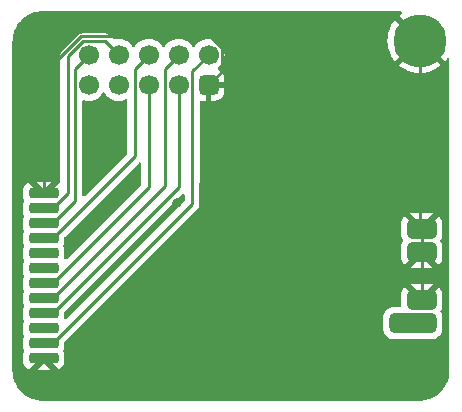
<source format=gbr>
%TF.GenerationSoftware,KiCad,Pcbnew,7.0.1-0*%
%TF.CreationDate,2023-08-23T15:05:17+02:00*%
%TF.ProjectId,ESP32SomfyPOE,45535033-3253-46f6-9d66-79504f452e6b,rev?*%
%TF.SameCoordinates,Original*%
%TF.FileFunction,Copper,L1,Top*%
%TF.FilePolarity,Positive*%
%FSLAX46Y46*%
G04 Gerber Fmt 4.6, Leading zero omitted, Abs format (unit mm)*
G04 Created by KiCad (PCBNEW 7.0.1-0) date 2023-08-23 15:05:17*
%MOMM*%
%LPD*%
G01*
G04 APERTURE LIST*
G04 Aperture macros list*
%AMRoundRect*
0 Rectangle with rounded corners*
0 $1 Rounding radius*
0 $2 $3 $4 $5 $6 $7 $8 $9 X,Y pos of 4 corners*
0 Add a 4 corners polygon primitive as box body*
4,1,4,$2,$3,$4,$5,$6,$7,$8,$9,$2,$3,0*
0 Add four circle primitives for the rounded corners*
1,1,$1+$1,$2,$3*
1,1,$1+$1,$4,$5*
1,1,$1+$1,$6,$7*
1,1,$1+$1,$8,$9*
0 Add four rect primitives between the rounded corners*
20,1,$1+$1,$2,$3,$4,$5,0*
20,1,$1+$1,$4,$5,$6,$7,0*
20,1,$1+$1,$6,$7,$8,$9,0*
20,1,$1+$1,$8,$9,$2,$3,0*%
G04 Aperture macros list end*
%TA.AperFunction,SMDPad,CuDef*%
%ADD10RoundRect,0.225000X-1.025000X0.225000X-1.025000X-0.225000X1.025000X-0.225000X1.025000X0.225000X0*%
%TD*%
%TA.AperFunction,SMDPad,CuDef*%
%ADD11RoundRect,0.425000X-1.575000X0.425000X-1.575000X-0.425000X1.575000X-0.425000X1.575000X0.425000X0*%
%TD*%
%TA.AperFunction,SMDPad,CuDef*%
%ADD12RoundRect,0.425000X-0.825000X0.425000X-0.825000X-0.425000X0.825000X-0.425000X0.825000X0.425000X0*%
%TD*%
%TA.AperFunction,ComponentPad*%
%ADD13C,4.500000*%
%TD*%
%TA.AperFunction,ComponentPad*%
%ADD14C,1.700000*%
%TD*%
%TA.AperFunction,ComponentPad*%
%ADD15RoundRect,0.425000X-0.425000X0.425000X-0.425000X-0.425000X0.425000X-0.425000X0.425000X0.425000X0*%
%TD*%
%TA.AperFunction,ViaPad*%
%ADD16C,0.800000*%
%TD*%
%TA.AperFunction,Conductor*%
%ADD17C,0.250000*%
%TD*%
G04 APERTURE END LIST*
D10*
%TO.P,E07-433M20S,1,GND*%
%TO.N,GND*%
X87634000Y-78798000D03*
%TO.P,E07-433M20S,2,MOSI*%
%TO.N,GPIO15*%
X87634000Y-80068000D03*
%TO.P,E07-433M20S,3,SCK*%
%TO.N,GPIO14*%
X87634000Y-81338000D03*
%TO.P,E07-433M20S,4,MISO*%
%TO.N,GPIO16*%
X87634000Y-82608000D03*
%TO.P,E07-433M20S,5,GDO2*%
%TO.N,unconnected-(U1-GDO2-Pad5)*%
X87634000Y-83878000D03*
%TO.P,E07-433M20S,6,GDO0*%
%TO.N,unconnected-(U1-GDO0-Pad6)*%
X87634000Y-85148000D03*
%TO.P,E07-433M20S,7,CSN*%
%TO.N,GPIO13*%
X87634000Y-86418000D03*
%TO.P,E07-433M20S,8,TX_EN*%
%TO.N,GPIO4*%
X87634000Y-87688000D03*
%TO.P,E07-433M20S,9,RX_EN*%
%TO.N,GPI36*%
X87634000Y-88958000D03*
%TO.P,E07-433M20S,10,NC*%
%TO.N,unconnected-(U1-NC-Pad10)*%
X87634000Y-90228000D03*
%TO.P,E07-433M20S,11,VCC*%
%TO.N,+3V3*%
X87634000Y-91498000D03*
%TO.P,E07-433M20S,12,GND*%
%TO.N,GND*%
X87634000Y-92768000D03*
D11*
%TO.P,E07-433M20S,13,ANT*%
%TO.N,unconnected-(U1-ANT-Pad13)*%
X118884000Y-89788000D03*
D12*
%TO.P,E07-433M20S,14,GND*%
%TO.N,GND*%
X119634000Y-87788000D03*
%TO.P,E07-433M20S,15,GND*%
X119634000Y-83788000D03*
%TO.P,E07-433M20S,16,GND*%
X119634000Y-81788000D03*
%TD*%
D13*
%TO.P,H1,1,1*%
%TO.N,GND*%
X119500000Y-65850000D03*
%TD*%
D14*
%TO.P,UEXT,1,3V3*%
%TO.N,+3V3*%
X101600000Y-67056000D03*
D15*
%TO.P,UEXT,2,GND*%
%TO.N,GND*%
X101600000Y-69596000D03*
D14*
%TO.P,UEXT,3,TXD*%
%TO.N,GPIO4*%
X99060000Y-67056000D03*
%TO.P,UEXT,4,RXD*%
%TO.N,GPI36*%
X99060000Y-69596000D03*
%TO.P,UEXT,5,SCL*%
%TO.N,GPIO16*%
X96520000Y-67056000D03*
%TO.P,UEXT,6,SDA*%
%TO.N,GPIO13*%
X96520000Y-69596000D03*
%TO.P,UEXT,7,MISO*%
%TO.N,GPIO15*%
X93980000Y-67056000D03*
%TO.P,UEXT,8,MOSI*%
%TO.N,GPIO2*%
X93980000Y-69596000D03*
%TO.P,UEXT,9,SCK*%
%TO.N,GPIO14*%
X91440000Y-67056000D03*
%TO.P,UEXT,10,~{SSEL}*%
%TO.N,GPIO5*%
X91440000Y-69596000D03*
%TD*%
D16*
%TO.N,GND*%
X107696000Y-93853000D03*
X106553000Y-92583000D03*
X107696000Y-79629000D03*
X113284000Y-78359000D03*
X93218000Y-79629000D03*
X107696000Y-92583000D03*
X113284000Y-79629000D03*
X112141000Y-78359000D03*
X98933000Y-79629000D03*
X107696000Y-78359000D03*
X91440000Y-77724000D03*
X108839000Y-79629000D03*
X108839000Y-78359000D03*
X106553000Y-93853000D03*
X112141000Y-79629000D03*
%TD*%
D17*
%TO.N,GND*%
X87634000Y-68563903D02*
X90766903Y-65431000D01*
X119634000Y-87788000D02*
X119634000Y-83788000D01*
X119500000Y-65850000D02*
X119500000Y-81654000D01*
X107442000Y-69596000D02*
X119634000Y-81788000D01*
X102775000Y-68421000D02*
X101600000Y-69596000D01*
X101600000Y-69596000D02*
X107442000Y-69596000D01*
X87634000Y-92768000D02*
X88211000Y-93345000D01*
X119500000Y-81654000D02*
X119634000Y-81788000D01*
X119634000Y-81788000D02*
X119634000Y-83788000D01*
X87634000Y-78798000D02*
X87634000Y-68563903D01*
X90766903Y-65431000D02*
X101753000Y-65431000D01*
X102775000Y-66453000D02*
X102775000Y-68421000D01*
X101753000Y-65431000D02*
X102775000Y-66453000D01*
%TO.N,GPIO15*%
X89662000Y-67172299D02*
X90953299Y-65881000D01*
X92805000Y-65881000D02*
X93980000Y-67056000D01*
X89662000Y-78797817D02*
X89662000Y-67172299D01*
X90953299Y-65881000D02*
X92805000Y-65881000D01*
X87634000Y-80068000D02*
X88391817Y-80068000D01*
X88391817Y-80068000D02*
X89662000Y-78797817D01*
%TO.N,GPIO14*%
X90265000Y-68231000D02*
X91440000Y-67056000D01*
X87634000Y-81338000D02*
X88391817Y-81338000D01*
X90265000Y-79464817D02*
X90265000Y-68231000D01*
X88391817Y-81338000D02*
X90265000Y-79464817D01*
%TO.N,GPIO16*%
X88391817Y-82608000D02*
X95345000Y-75654817D01*
X95345000Y-75654817D02*
X95345000Y-68231000D01*
X87634000Y-82608000D02*
X88391817Y-82608000D01*
X95345000Y-68231000D02*
X96520000Y-67056000D01*
%TO.N,GPIO13*%
X87634000Y-86418000D02*
X88391817Y-86418000D01*
X96520000Y-78289817D02*
X96520000Y-69596000D01*
X88391817Y-86418000D02*
X96520000Y-78289817D01*
%TO.N,GPIO4*%
X97885000Y-68231000D02*
X99060000Y-67056000D01*
X87634000Y-87688000D02*
X88391817Y-87688000D01*
X97885000Y-78194817D02*
X97885000Y-68231000D01*
X88391817Y-87688000D02*
X97885000Y-78194817D01*
%TO.N,GPI36*%
X99060000Y-78289817D02*
X99060000Y-69596000D01*
X88391817Y-88958000D02*
X99060000Y-78289817D01*
X87634000Y-88958000D02*
X88391817Y-88958000D01*
%TO.N,+3V3*%
X100203000Y-79686817D02*
X100203000Y-77724000D01*
X88391817Y-91498000D02*
X100203000Y-79686817D01*
X100203000Y-77724000D02*
X100235000Y-77692000D01*
X87634000Y-91498000D02*
X88391817Y-91498000D01*
X100235000Y-68421000D02*
X101600000Y-67056000D01*
X100235000Y-77692000D02*
X100235000Y-68421000D01*
%TD*%
%TA.AperFunction,Conductor*%
%TO.N,GND*%
G36*
X99526385Y-78855951D02*
G01*
X99563985Y-78899974D01*
X99577500Y-78956269D01*
X99577500Y-79376364D01*
X99568061Y-79423817D01*
X99541181Y-79464045D01*
X89586657Y-89418567D01*
X89534885Y-89449573D01*
X89474608Y-89452468D01*
X89420102Y-89426568D01*
X89384277Y-89378005D01*
X89375618Y-89318283D01*
X89377667Y-89298225D01*
X89384500Y-89231345D01*
X89384499Y-88901267D01*
X89393938Y-88853815D01*
X89420815Y-88813590D01*
X99365818Y-78868588D01*
X99415182Y-78838338D01*
X99472898Y-78833796D01*
X99526385Y-78855951D01*
G37*
%TD.AperFunction*%
%TA.AperFunction,Conductor*%
G36*
X95843385Y-76188950D02*
G01*
X95880985Y-76232973D01*
X95894500Y-76289268D01*
X95894500Y-77979365D01*
X95885061Y-78026818D01*
X95858181Y-78067046D01*
X89586657Y-84338567D01*
X89534885Y-84369573D01*
X89474608Y-84372468D01*
X89420102Y-84346568D01*
X89384277Y-84298005D01*
X89375618Y-84238283D01*
X89384500Y-84151345D01*
X89384499Y-83604656D01*
X89374349Y-83505292D01*
X89321003Y-83344303D01*
X89298669Y-83308095D01*
X89280209Y-83242998D01*
X89298671Y-83177901D01*
X89321003Y-83141697D01*
X89374349Y-82980708D01*
X89384500Y-82881345D01*
X89384499Y-82551267D01*
X89393938Y-82503815D01*
X89420815Y-82463590D01*
X95682819Y-76201586D01*
X95732182Y-76171337D01*
X95789898Y-76166795D01*
X95843385Y-76188950D01*
G37*
%TD.AperFunction*%
%TA.AperFunction,Conductor*%
G36*
X92767257Y-70242975D02*
G01*
X92811573Y-70281839D01*
X92941505Y-70467401D01*
X93108599Y-70634495D01*
X93302170Y-70770035D01*
X93516337Y-70869903D01*
X93744592Y-70931063D01*
X93980000Y-70951659D01*
X94215408Y-70931063D01*
X94443663Y-70869903D01*
X94543094Y-70823537D01*
X94603610Y-70812184D01*
X94662125Y-70831338D01*
X94704214Y-70876276D01*
X94719500Y-70935919D01*
X94719500Y-75344365D01*
X94710061Y-75391818D01*
X94683181Y-75432046D01*
X91102181Y-79013045D01*
X91052818Y-79043295D01*
X90995102Y-79047837D01*
X90941615Y-79025682D01*
X90904015Y-78981659D01*
X90890500Y-78925364D01*
X90890500Y-71008503D01*
X90903288Y-70953659D01*
X90939014Y-70910127D01*
X90990309Y-70886886D01*
X91046593Y-70888728D01*
X91204592Y-70931063D01*
X91440000Y-70951659D01*
X91675408Y-70931063D01*
X91903663Y-70869903D01*
X92117830Y-70770035D01*
X92311401Y-70634495D01*
X92478495Y-70467401D01*
X92608426Y-70281839D01*
X92652743Y-70242975D01*
X92710000Y-70228964D01*
X92767257Y-70242975D01*
G37*
%TD.AperFunction*%
%TA.AperFunction,Conductor*%
G36*
X117930595Y-63369986D02*
G01*
X117975912Y-63414759D01*
X117993019Y-63476123D01*
X117977401Y-63537883D01*
X117939889Y-63576779D01*
X117940871Y-63578032D01*
X117739416Y-63735861D01*
X117739416Y-63735862D01*
X119500000Y-65496447D01*
X121614136Y-67610582D01*
X121614137Y-67610582D01*
X121767343Y-67415030D01*
X121769384Y-67411655D01*
X121771854Y-67409272D01*
X121771967Y-67409129D01*
X121771987Y-67409144D01*
X121815239Y-67367434D01*
X121876999Y-67351815D01*
X121938363Y-67368922D01*
X121983136Y-67414239D01*
X121999500Y-67475806D01*
X121999500Y-70365159D01*
X121996883Y-93744524D01*
X121996378Y-93747065D01*
X121996378Y-93793399D01*
X121996183Y-93800352D01*
X121989913Y-93912001D01*
X121989882Y-93912534D01*
X121979610Y-94082382D01*
X121978084Y-94095666D01*
X121955617Y-94227902D01*
X121955338Y-94229483D01*
X121928601Y-94375389D01*
X121925786Y-94387366D01*
X121887463Y-94520388D01*
X121886695Y-94522950D01*
X121843853Y-94660438D01*
X121840028Y-94671000D01*
X121786400Y-94800471D01*
X121784915Y-94803910D01*
X121726517Y-94933665D01*
X121721969Y-94942755D01*
X121653765Y-95066160D01*
X121651355Y-95070328D01*
X121578182Y-95191374D01*
X121573194Y-95198980D01*
X121491345Y-95314337D01*
X121487825Y-95319055D01*
X121400845Y-95430076D01*
X121395695Y-95436230D01*
X121301307Y-95541850D01*
X121296528Y-95546904D01*
X121196904Y-95646528D01*
X121191850Y-95651307D01*
X121086230Y-95745695D01*
X121080076Y-95750845D01*
X120969055Y-95837825D01*
X120964337Y-95841345D01*
X120848980Y-95923194D01*
X120841374Y-95928182D01*
X120720328Y-96001355D01*
X120716160Y-96003765D01*
X120592755Y-96071969D01*
X120583665Y-96076517D01*
X120453910Y-96134915D01*
X120450471Y-96136400D01*
X120321000Y-96190028D01*
X120310438Y-96193853D01*
X120172950Y-96236695D01*
X120170388Y-96237463D01*
X120037366Y-96275786D01*
X120025389Y-96278601D01*
X119879483Y-96305338D01*
X119877902Y-96305617D01*
X119745666Y-96328084D01*
X119732382Y-96329610D01*
X119562534Y-96339882D01*
X119562001Y-96339913D01*
X119457268Y-96345794D01*
X119450349Y-96346183D01*
X119443399Y-96346378D01*
X87553481Y-96346378D01*
X87546528Y-96346183D01*
X87538941Y-96345756D01*
X87432774Y-96339794D01*
X87432250Y-96339763D01*
X87264698Y-96329640D01*
X87251405Y-96328114D01*
X87117302Y-96305329D01*
X87115721Y-96305050D01*
X86971706Y-96278658D01*
X86959730Y-96275843D01*
X86825511Y-96237175D01*
X86822948Y-96236406D01*
X86686667Y-96193938D01*
X86676106Y-96190114D01*
X86545756Y-96136122D01*
X86542317Y-96134637D01*
X86413444Y-96076635D01*
X86404358Y-96072089D01*
X86280244Y-96003493D01*
X86276076Y-96001083D01*
X86155743Y-95928339D01*
X86148137Y-95923351D01*
X86032180Y-95841073D01*
X86027463Y-95837555D01*
X85917058Y-95751058D01*
X85910904Y-95745906D01*
X85804768Y-95651056D01*
X85799713Y-95646278D01*
X85700612Y-95547176D01*
X85695834Y-95542122D01*
X85600974Y-95435973D01*
X85595823Y-95429819D01*
X85509329Y-95319417D01*
X85505825Y-95314719D01*
X85423516Y-95198715D01*
X85418543Y-95191129D01*
X85345816Y-95070822D01*
X85343405Y-95066654D01*
X85343132Y-95066160D01*
X85274780Y-94942484D01*
X85270264Y-94933458D01*
X85212236Y-94804523D01*
X85210800Y-94801198D01*
X85164441Y-94689275D01*
X85156778Y-94670774D01*
X85152955Y-94660213D01*
X85110477Y-94523895D01*
X85109708Y-94521332D01*
X85071047Y-94387132D01*
X85068238Y-94375181D01*
X85041833Y-94231091D01*
X85041591Y-94229717D01*
X85018777Y-94095440D01*
X85017256Y-94082201D01*
X85007284Y-93917316D01*
X85000694Y-93799954D01*
X85000500Y-93793013D01*
X85000500Y-93717998D01*
X87037553Y-93717998D01*
X87037554Y-93717999D01*
X88230445Y-93717999D01*
X88230445Y-93717998D01*
X87634001Y-93121553D01*
X87634000Y-93121553D01*
X87037553Y-93717998D01*
X85000500Y-93717998D01*
X85000500Y-91771344D01*
X85883500Y-91771344D01*
X85893650Y-91870707D01*
X85946997Y-92031697D01*
X85969623Y-92068380D01*
X85988084Y-92133476D01*
X85969623Y-92198572D01*
X85947453Y-92234515D01*
X85894143Y-92395393D01*
X85884000Y-92494684D01*
X85884000Y-93041314D01*
X85894143Y-93140605D01*
X85947453Y-93301486D01*
X86036426Y-93445732D01*
X86156265Y-93565571D01*
X86300518Y-93654547D01*
X86370657Y-93677788D01*
X86370658Y-93677788D01*
X87546318Y-92502127D01*
X87601905Y-92470033D01*
X87666093Y-92470033D01*
X87721680Y-92502127D01*
X88897341Y-93677788D01*
X88967481Y-93654547D01*
X89111734Y-93565571D01*
X89231573Y-93445732D01*
X89320546Y-93301486D01*
X89373856Y-93140606D01*
X89383999Y-93041315D01*
X89383999Y-92494685D01*
X89373856Y-92395394D01*
X89320546Y-92234516D01*
X89298377Y-92198574D01*
X89279915Y-92133476D01*
X89298376Y-92068380D01*
X89321003Y-92031697D01*
X89374349Y-91870708D01*
X89384500Y-91771345D01*
X89384499Y-91441267D01*
X89393938Y-91393815D01*
X89420815Y-91353590D01*
X90496630Y-90277775D01*
X116383500Y-90277775D01*
X116389859Y-90358577D01*
X116440211Y-90546495D01*
X116467834Y-90600708D01*
X116528535Y-90719840D01*
X116650968Y-90871032D01*
X116802160Y-90993465D01*
X116975504Y-91081788D01*
X117163422Y-91132141D01*
X117244222Y-91138500D01*
X120523775Y-91138500D01*
X120523778Y-91138500D01*
X120604578Y-91132141D01*
X120792496Y-91081788D01*
X120965840Y-90993465D01*
X121117032Y-90871032D01*
X121239465Y-90719840D01*
X121327788Y-90546496D01*
X121378141Y-90358578D01*
X121384500Y-90277778D01*
X121384500Y-89298222D01*
X121378141Y-89217422D01*
X121327788Y-89029504D01*
X121239465Y-88856160D01*
X121239463Y-88856158D01*
X121233548Y-88844548D01*
X121236204Y-88843194D01*
X121222658Y-88815382D01*
X121222732Y-88759499D01*
X121235921Y-88732602D01*
X121233126Y-88731178D01*
X121327318Y-88546315D01*
X121377643Y-88358498D01*
X121384000Y-88277735D01*
X121384000Y-87298265D01*
X121377643Y-87217501D01*
X121327318Y-87029684D01*
X121239042Y-86856433D01*
X121116675Y-86705324D01*
X121091010Y-86684540D01*
X121091010Y-86684541D01*
X119721680Y-88053871D01*
X119666093Y-88085965D01*
X119601905Y-88085965D01*
X119546318Y-88053871D01*
X118176988Y-86684541D01*
X118176987Y-86684541D01*
X118151324Y-86705323D01*
X118028957Y-86856433D01*
X117940681Y-87029684D01*
X117890356Y-87217501D01*
X117884000Y-87298265D01*
X117884000Y-88277735D01*
X117886049Y-88303771D01*
X117872916Y-88369795D01*
X117827221Y-88419227D01*
X117762431Y-88437500D01*
X117244222Y-88437500D01*
X117163422Y-88443858D01*
X117163422Y-88443859D01*
X116975504Y-88494211D01*
X116802159Y-88582535D01*
X116650968Y-88704968D01*
X116528535Y-88856159D01*
X116440211Y-89029504D01*
X116389859Y-89217422D01*
X116383500Y-89298225D01*
X116383500Y-90277775D01*
X90496630Y-90277775D01*
X94325910Y-86448496D01*
X118648048Y-86448496D01*
X119634000Y-87434447D01*
X119634001Y-87434447D01*
X120619949Y-86448496D01*
X120619949Y-86448495D01*
X120604499Y-86444356D01*
X120523735Y-86438000D01*
X118744265Y-86438000D01*
X118663499Y-86444356D01*
X118648048Y-86448496D01*
X94325910Y-86448496D01*
X95646903Y-85127503D01*
X118648048Y-85127503D01*
X118663498Y-85131643D01*
X118744264Y-85138000D01*
X120523736Y-85138000D01*
X120604500Y-85131644D01*
X120619949Y-85127503D01*
X120619949Y-85127502D01*
X119634000Y-84141553D01*
X118648048Y-85127502D01*
X118648048Y-85127503D01*
X95646903Y-85127503D01*
X96496671Y-84277735D01*
X117884000Y-84277735D01*
X117890356Y-84358498D01*
X117940681Y-84546315D01*
X118028957Y-84719566D01*
X118151323Y-84870675D01*
X118176988Y-84891458D01*
X118176989Y-84891458D01*
X119546319Y-83522128D01*
X119601906Y-83490034D01*
X119666094Y-83490034D01*
X119721681Y-83522128D01*
X121091010Y-84891457D01*
X121091011Y-84891457D01*
X121116674Y-84870677D01*
X121239042Y-84719566D01*
X121327318Y-84546315D01*
X121377643Y-84358498D01*
X121384000Y-84277735D01*
X121384000Y-83298265D01*
X121377643Y-83217501D01*
X121327318Y-83029684D01*
X121233126Y-82844821D01*
X121235806Y-82843455D01*
X121222364Y-82815896D01*
X121222364Y-82760104D01*
X121235806Y-82732544D01*
X121233126Y-82731179D01*
X121327318Y-82546315D01*
X121377643Y-82358498D01*
X121384000Y-82277735D01*
X121384000Y-81298265D01*
X121377643Y-81217501D01*
X121327318Y-81029684D01*
X121239042Y-80856433D01*
X121116675Y-80705324D01*
X121091010Y-80684540D01*
X121091010Y-80684541D01*
X119721680Y-82053871D01*
X119666093Y-82085965D01*
X119601905Y-82085965D01*
X119546318Y-82053871D01*
X118176988Y-80684541D01*
X118176987Y-80684541D01*
X118151324Y-80705323D01*
X118028957Y-80856433D01*
X117940681Y-81029684D01*
X117890356Y-81217501D01*
X117884000Y-81298265D01*
X117884000Y-82277735D01*
X117890356Y-82358498D01*
X117940681Y-82546315D01*
X118034874Y-82731178D01*
X118032202Y-82732539D01*
X118045645Y-82760141D01*
X118045645Y-82815859D01*
X118032202Y-82843460D01*
X118034874Y-82844822D01*
X117940681Y-83029684D01*
X117890356Y-83217501D01*
X117884000Y-83298265D01*
X117884000Y-84277735D01*
X96496671Y-84277735D01*
X100325910Y-80448496D01*
X118648048Y-80448496D01*
X119634000Y-81434447D01*
X119634001Y-81434447D01*
X120619949Y-80448496D01*
X120619949Y-80448495D01*
X120604499Y-80444356D01*
X120523735Y-80438000D01*
X118744265Y-80438000D01*
X118663499Y-80444356D01*
X118648048Y-80448496D01*
X100325910Y-80448496D01*
X100586789Y-80187617D01*
X100602885Y-80174723D01*
X100604873Y-80172604D01*
X100604877Y-80172603D01*
X100650948Y-80123540D01*
X100653566Y-80120840D01*
X100673120Y-80101288D01*
X100675581Y-80098115D01*
X100683156Y-80089244D01*
X100713062Y-80057399D01*
X100722717Y-80039835D01*
X100733394Y-80023581D01*
X100745673Y-80007753D01*
X100763018Y-79967669D01*
X100768160Y-79957173D01*
X100789197Y-79918909D01*
X100794179Y-79899501D01*
X100800481Y-79881097D01*
X100808437Y-79862713D01*
X100815269Y-79819569D01*
X100817633Y-79808155D01*
X100828500Y-79765836D01*
X100828500Y-79745801D01*
X100830027Y-79726402D01*
X100830068Y-79726138D01*
X100833160Y-79706621D01*
X100829050Y-79663142D01*
X100828500Y-79651473D01*
X100828500Y-77921163D01*
X100838700Y-77871913D01*
X100839502Y-77870058D01*
X100840438Y-77867896D01*
X100847272Y-77824745D01*
X100849635Y-77813331D01*
X100860500Y-77771019D01*
X100860500Y-77750984D01*
X100862027Y-77731585D01*
X100865160Y-77711804D01*
X100861050Y-77668325D01*
X100860500Y-77656656D01*
X100860500Y-71055960D01*
X100873288Y-71001116D01*
X100909015Y-70957583D01*
X100960311Y-70934342D01*
X101016596Y-70936186D01*
X101029499Y-70939643D01*
X101110265Y-70946000D01*
X101350000Y-70946000D01*
X101350000Y-69846000D01*
X101850000Y-69846000D01*
X101850000Y-70946000D01*
X102089735Y-70946000D01*
X102170498Y-70939643D01*
X102358315Y-70889318D01*
X102531566Y-70801042D01*
X102682675Y-70678675D01*
X102805042Y-70527566D01*
X102893318Y-70354315D01*
X102943643Y-70166498D01*
X102950000Y-70085735D01*
X102950000Y-69846000D01*
X101850000Y-69846000D01*
X101350000Y-69846000D01*
X101350000Y-69470000D01*
X101366613Y-69408000D01*
X101412000Y-69362613D01*
X101474000Y-69346000D01*
X102950000Y-69346000D01*
X102950000Y-69106265D01*
X102943643Y-69025501D01*
X102893318Y-68837684D01*
X102805042Y-68664433D01*
X102682675Y-68513324D01*
X102531566Y-68390957D01*
X102435554Y-68342037D01*
X102388447Y-68299992D01*
X102368151Y-68240201D01*
X102379929Y-68178168D01*
X102420723Y-68129979D01*
X102471401Y-68094495D01*
X102601758Y-67964138D01*
X117739416Y-67964138D01*
X117934960Y-68117338D01*
X118219681Y-68289456D01*
X118523053Y-68425994D01*
X118840673Y-68524968D01*
X119167917Y-68584938D01*
X119500000Y-68605026D01*
X119832082Y-68584938D01*
X120159326Y-68524968D01*
X120476946Y-68425994D01*
X120780318Y-68289456D01*
X121065033Y-68117341D01*
X121260582Y-67964137D01*
X121260582Y-67964136D01*
X119500001Y-66203553D01*
X119500000Y-66203553D01*
X117739416Y-67964136D01*
X117739416Y-67964138D01*
X102601758Y-67964138D01*
X102638495Y-67927401D01*
X102774035Y-67733830D01*
X102873903Y-67519663D01*
X102935063Y-67291408D01*
X102955659Y-67056000D01*
X102935063Y-66820592D01*
X102873903Y-66592337D01*
X102774035Y-66378171D01*
X102638495Y-66184599D01*
X102471401Y-66017505D01*
X102277830Y-65881965D01*
X102209281Y-65850000D01*
X116744973Y-65850000D01*
X116765061Y-66182082D01*
X116825031Y-66509326D01*
X116924005Y-66826946D01*
X117060543Y-67130318D01*
X117232657Y-67415033D01*
X117385862Y-67610582D01*
X119146446Y-65850000D01*
X119146446Y-65849998D01*
X117385862Y-64089416D01*
X117385861Y-64089416D01*
X117232657Y-64284966D01*
X117060543Y-64569681D01*
X116924005Y-64873053D01*
X116825031Y-65190673D01*
X116765061Y-65517917D01*
X116744973Y-65850000D01*
X102209281Y-65850000D01*
X102063663Y-65782097D01*
X101980777Y-65759888D01*
X101835407Y-65720936D01*
X101600000Y-65700340D01*
X101364592Y-65720936D01*
X101136336Y-65782097D01*
X100922170Y-65881965D01*
X100728598Y-66017505D01*
X100561505Y-66184598D01*
X100431575Y-66370159D01*
X100387257Y-66409025D01*
X100330000Y-66423036D01*
X100272743Y-66409025D01*
X100228425Y-66370159D01*
X100213449Y-66348771D01*
X100098495Y-66184599D01*
X99931401Y-66017505D01*
X99737830Y-65881965D01*
X99523663Y-65782097D01*
X99440777Y-65759888D01*
X99295407Y-65720936D01*
X99060000Y-65700340D01*
X98824592Y-65720936D01*
X98596336Y-65782097D01*
X98382170Y-65881965D01*
X98188598Y-66017505D01*
X98021505Y-66184598D01*
X97891575Y-66370159D01*
X97847257Y-66409025D01*
X97790000Y-66423036D01*
X97732743Y-66409025D01*
X97688425Y-66370159D01*
X97673449Y-66348771D01*
X97558495Y-66184599D01*
X97391401Y-66017505D01*
X97197830Y-65881965D01*
X96983663Y-65782097D01*
X96900777Y-65759888D01*
X96755407Y-65720936D01*
X96520000Y-65700340D01*
X96284592Y-65720936D01*
X96056336Y-65782097D01*
X95842170Y-65881965D01*
X95648598Y-66017505D01*
X95481505Y-66184598D01*
X95351575Y-66370159D01*
X95307257Y-66409025D01*
X95250000Y-66423036D01*
X95192743Y-66409025D01*
X95148425Y-66370159D01*
X95133449Y-66348771D01*
X95018495Y-66184599D01*
X94851401Y-66017505D01*
X94657830Y-65881965D01*
X94443663Y-65782097D01*
X94360777Y-65759888D01*
X94215407Y-65720936D01*
X93980000Y-65700340D01*
X93744591Y-65720936D01*
X93644125Y-65747855D01*
X93579939Y-65747855D01*
X93524352Y-65715761D01*
X93305802Y-65497211D01*
X93292906Y-65481113D01*
X93241775Y-65433098D01*
X93238978Y-65430387D01*
X93219470Y-65410879D01*
X93216290Y-65408412D01*
X93207424Y-65400839D01*
X93175582Y-65370938D01*
X93158024Y-65361285D01*
X93141764Y-65350604D01*
X93125936Y-65338327D01*
X93085851Y-65320980D01*
X93075361Y-65315841D01*
X93037091Y-65294802D01*
X93017691Y-65289821D01*
X92999284Y-65283519D01*
X92980897Y-65275562D01*
X92937758Y-65268729D01*
X92926324Y-65266361D01*
X92884019Y-65255500D01*
X92863984Y-65255500D01*
X92844586Y-65253973D01*
X92837162Y-65252797D01*
X92824805Y-65250840D01*
X92824804Y-65250840D01*
X92799468Y-65253235D01*
X92781325Y-65254950D01*
X92769656Y-65255500D01*
X91036043Y-65255500D01*
X91015535Y-65253235D01*
X90945412Y-65255439D01*
X90941518Y-65255500D01*
X90913949Y-65255500D01*
X90909970Y-65256002D01*
X90898340Y-65256917D01*
X90854671Y-65258289D01*
X90835427Y-65263880D01*
X90816383Y-65267824D01*
X90796507Y-65270335D01*
X90755899Y-65286413D01*
X90744853Y-65290194D01*
X90702909Y-65302382D01*
X90702906Y-65302383D01*
X90685664Y-65312579D01*
X90668203Y-65321133D01*
X90649566Y-65328512D01*
X90614230Y-65354185D01*
X90604473Y-65360595D01*
X90566879Y-65382829D01*
X90552712Y-65396996D01*
X90537923Y-65409626D01*
X90521712Y-65421404D01*
X90493871Y-65455058D01*
X90486010Y-65463697D01*
X89278208Y-66671498D01*
X89262110Y-66684395D01*
X89214096Y-66735524D01*
X89211391Y-66738316D01*
X89191874Y-66757833D01*
X89189415Y-66761004D01*
X89181842Y-66769871D01*
X89151935Y-66801719D01*
X89142285Y-66819273D01*
X89131609Y-66835527D01*
X89119326Y-66851362D01*
X89101975Y-66891457D01*
X89096838Y-66901943D01*
X89075802Y-66940206D01*
X89070821Y-66959608D01*
X89064520Y-66978010D01*
X89056561Y-66996401D01*
X89049728Y-67039541D01*
X89047360Y-67050973D01*
X89036500Y-67093277D01*
X89036500Y-67113315D01*
X89034973Y-67132714D01*
X89031840Y-67152493D01*
X89035950Y-67195974D01*
X89036500Y-67207643D01*
X89036500Y-77762602D01*
X89022902Y-77819059D01*
X88985091Y-77863133D01*
X88931359Y-77885159D01*
X88915741Y-77883849D01*
X88897340Y-77888210D01*
X87721680Y-79063871D01*
X87666093Y-79095965D01*
X87601905Y-79095965D01*
X87546318Y-79063871D01*
X86370658Y-77888210D01*
X86370657Y-77888210D01*
X86300512Y-77911454D01*
X86156267Y-78000426D01*
X86036426Y-78120267D01*
X85947453Y-78264513D01*
X85894143Y-78425393D01*
X85884000Y-78524684D01*
X85884000Y-79071314D01*
X85894143Y-79170605D01*
X85947452Y-79331482D01*
X85969623Y-79367426D01*
X85988084Y-79432522D01*
X85969624Y-79497618D01*
X85946997Y-79534302D01*
X85893650Y-79695292D01*
X85883500Y-79794655D01*
X85883500Y-80341344D01*
X85893650Y-80440707D01*
X85929319Y-80548349D01*
X85946997Y-80601697D01*
X85963757Y-80628870D01*
X85969330Y-80637905D01*
X85987790Y-80703000D01*
X85969330Y-80768095D01*
X85946997Y-80804303D01*
X85893650Y-80965292D01*
X85883500Y-81064655D01*
X85883500Y-81611344D01*
X85893650Y-81710707D01*
X85929319Y-81818350D01*
X85946997Y-81871697D01*
X85963757Y-81898870D01*
X85969330Y-81907905D01*
X85987790Y-81973000D01*
X85969330Y-82038095D01*
X85946997Y-82074303D01*
X85893650Y-82235292D01*
X85883500Y-82334655D01*
X85883500Y-82881344D01*
X85893650Y-82980707D01*
X85909880Y-83029684D01*
X85946997Y-83141697D01*
X85963757Y-83168870D01*
X85969330Y-83177905D01*
X85987790Y-83243000D01*
X85969330Y-83308095D01*
X85946997Y-83344303D01*
X85893650Y-83505292D01*
X85883500Y-83604655D01*
X85883500Y-84151344D01*
X85893650Y-84250707D01*
X85946997Y-84411697D01*
X85969329Y-84447903D01*
X85987790Y-84512998D01*
X85969330Y-84578093D01*
X85946998Y-84614300D01*
X85893650Y-84775292D01*
X85883500Y-84874655D01*
X85883500Y-85421344D01*
X85893650Y-85520707D01*
X85929319Y-85628349D01*
X85946997Y-85681697D01*
X85963757Y-85708870D01*
X85969330Y-85717905D01*
X85987790Y-85783000D01*
X85969330Y-85848095D01*
X85946997Y-85884303D01*
X85893650Y-86045292D01*
X85883500Y-86144655D01*
X85883500Y-86691344D01*
X85893650Y-86790707D01*
X85915430Y-86856433D01*
X85946997Y-86951697D01*
X85963757Y-86978870D01*
X85969330Y-86987905D01*
X85987790Y-87053000D01*
X85969330Y-87118095D01*
X85946997Y-87154303D01*
X85893650Y-87315292D01*
X85883500Y-87414655D01*
X85883500Y-87961344D01*
X85893650Y-88060707D01*
X85902020Y-88085965D01*
X85946997Y-88221697D01*
X85963757Y-88248870D01*
X85969330Y-88257905D01*
X85987790Y-88323000D01*
X85969330Y-88388095D01*
X85946997Y-88424303D01*
X85893650Y-88585292D01*
X85883500Y-88684655D01*
X85883500Y-89231344D01*
X85893650Y-89330707D01*
X85922764Y-89418567D01*
X85946997Y-89491697D01*
X85963757Y-89518870D01*
X85969330Y-89527905D01*
X85987790Y-89593000D01*
X85969330Y-89658095D01*
X85946997Y-89694303D01*
X85893650Y-89855292D01*
X85883500Y-89954655D01*
X85883500Y-90501344D01*
X85893650Y-90600707D01*
X85929319Y-90708349D01*
X85946997Y-90761697D01*
X85963757Y-90788870D01*
X85969330Y-90797905D01*
X85987790Y-90863000D01*
X85969330Y-90928095D01*
X85946997Y-90964303D01*
X85893650Y-91125292D01*
X85883500Y-91224655D01*
X85883500Y-91771344D01*
X85000500Y-91771344D01*
X85000500Y-77848000D01*
X87037553Y-77848000D01*
X87634000Y-78444446D01*
X87634001Y-78444446D01*
X88230445Y-77848000D01*
X87037553Y-77848000D01*
X85000500Y-77848000D01*
X85000500Y-65906599D01*
X85000695Y-65899649D01*
X85001688Y-65881964D01*
X85006878Y-65789530D01*
X85017300Y-65617406D01*
X85018822Y-65604161D01*
X85041018Y-65473523D01*
X85041214Y-65472409D01*
X85068341Y-65324374D01*
X85071145Y-65312445D01*
X85109163Y-65180479D01*
X85109878Y-65178096D01*
X85153120Y-65039327D01*
X85156932Y-65028794D01*
X85210249Y-64900073D01*
X85211634Y-64896869D01*
X85270503Y-64766066D01*
X85275034Y-64757010D01*
X85342855Y-64634295D01*
X85345205Y-64630232D01*
X85418889Y-64508342D01*
X85423843Y-64500785D01*
X85505279Y-64386011D01*
X85508776Y-64381325D01*
X85596299Y-64269608D01*
X85601353Y-64263569D01*
X85695343Y-64158392D01*
X85700019Y-64153447D01*
X85800323Y-64053142D01*
X85805286Y-64048450D01*
X85910419Y-63954496D01*
X85916518Y-63949391D01*
X86028237Y-63861865D01*
X86032863Y-63858414D01*
X86147690Y-63776940D01*
X86155211Y-63772007D01*
X86277094Y-63698326D01*
X86281165Y-63695972D01*
X86403909Y-63628134D01*
X86412933Y-63623618D01*
X86543727Y-63564752D01*
X86547016Y-63563332D01*
X86675672Y-63510040D01*
X86686186Y-63506233D01*
X86825053Y-63462961D01*
X86827348Y-63462272D01*
X86959330Y-63424248D01*
X86971239Y-63421449D01*
X87119204Y-63394333D01*
X87120409Y-63394120D01*
X87251046Y-63371924D01*
X87264277Y-63370404D01*
X87439481Y-63359807D01*
X87439832Y-63359786D01*
X87546125Y-63353817D01*
X87553079Y-63353622D01*
X117869028Y-63353622D01*
X117930595Y-63369986D01*
G37*
%TD.AperFunction*%
%TD*%
M02*

</source>
